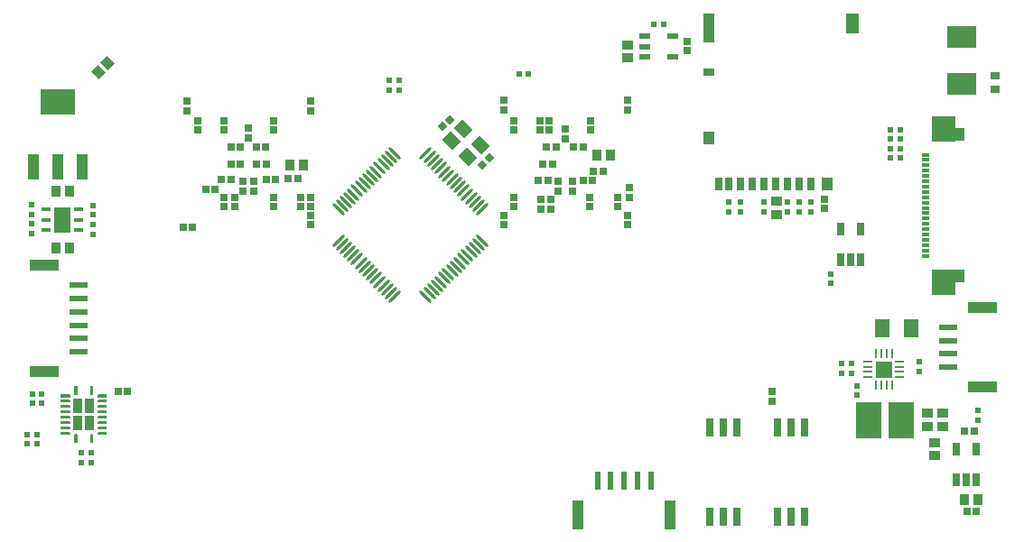
<source format=gbp>
G04 Layer_Color=128*
%FSLAX44Y44*%
%MOMM*%
G71*
G01*
G75*
%ADD11R,0.5500X0.5500*%
%ADD12R,0.6400X0.6400*%
%ADD13R,0.6400X0.6400*%
%ADD23R,0.5500X0.5500*%
%ADD26R,1.6500X2.4000*%
%ADD27O,0.9000X0.4000*%
%ADD28R,0.9500X1.0000*%
%ADD29R,1.0000X0.9500*%
%ADD37R,2.7000X1.0000*%
%ADD38R,1.7000X0.6000*%
%ADD39R,1.4000X1.8000*%
%ADD56R,0.9500X0.8000*%
%ADD57R,2.7430X2.1590*%
%ADD58R,0.6000X1.7000*%
%ADD59R,1.0000X2.7000*%
%ADD60R,0.7620X1.7145*%
%ADD63R,0.6500X1.2000*%
%ADD64R,0.8000X0.3000*%
%ADD65R,2.2000X2.4000*%
%ADD66R,0.8500X1.3000*%
%ADD67R,1.3000X1.9000*%
%ADD68R,1.0000X2.8000*%
%ADD69R,1.0000X0.8000*%
%ADD70R,1.0000X1.2000*%
%ADD71R,0.7000X1.2000*%
%ADD73C,0.1000*%
%ADD74O,0.2500X0.9000*%
%ADD75O,0.9000X0.2500*%
%ADD77R,2.4500X3.3500*%
G04:AMPARAMS|DCode=78|XSize=0.3mm|YSize=1.6mm|CornerRadius=0mm|HoleSize=0mm|Usage=FLASHONLY|Rotation=135.000|XOffset=0mm|YOffset=0mm|HoleType=Round|Shape=Round|*
%AMOVALD78*
21,1,1.3000,0.3000,0.0000,0.0000,225.0*
1,1,0.3000,0.4596,0.4596*
1,1,0.3000,-0.4596,-0.4596*
%
%ADD78OVALD78*%

G04:AMPARAMS|DCode=79|XSize=0.3mm|YSize=1.6mm|CornerRadius=0mm|HoleSize=0mm|Usage=FLASHONLY|Rotation=225.000|XOffset=0mm|YOffset=0mm|HoleType=Round|Shape=Round|*
%AMOVALD79*
21,1,1.3000,0.3000,0.0000,0.0000,315.0*
1,1,0.3000,-0.4596,0.4596*
1,1,0.3000,0.4596,-0.4596*
%
%ADD79OVALD79*%

G04:AMPARAMS|DCode=80|XSize=1mm|YSize=0.95mm|CornerRadius=0mm|HoleSize=0mm|Usage=FLASHONLY|Rotation=135.000|XOffset=0mm|YOffset=0mm|HoleType=Round|Shape=Rectangle|*
%AMROTATEDRECTD80*
4,1,4,0.6894,-0.0177,0.0177,-0.6894,-0.6894,0.0177,-0.0177,0.6894,0.6894,-0.0177,0.0*
%
%ADD80ROTATEDRECTD80*%

%ADD81R,1.0000X2.3500*%
%ADD82R,3.3000X2.3500*%
%ADD83P,0.9051X4X360.0*%
G04:AMPARAMS|DCode=84|XSize=1.4mm|YSize=1.15mm|CornerRadius=0mm|HoleSize=0mm|Usage=FLASHONLY|Rotation=135.000|XOffset=0mm|YOffset=0mm|HoleType=Round|Shape=Rectangle|*
%AMROTATEDRECTD84*
4,1,4,0.9016,-0.0884,0.0884,-0.9016,-0.9016,0.0884,-0.0884,0.9016,0.9016,-0.0884,0.0*
%
%ADD84ROTATEDRECTD84*%

%ADD85R,1.0000X0.6000*%
%ADD160R,0.8200X1.3200*%
%ADD161R,1.5500X1.5500*%
G36*
X-428497Y-286319D02*
Y-287481D01*
X-429319Y-288303D01*
X-429900D01*
Y-288300D01*
X-437000D01*
Y-285500D01*
X-429900D01*
Y-285497D01*
X-429319D01*
X-428497Y-286319D01*
D02*
G37*
G36*
X-401100Y-290500D02*
X-394000D01*
Y-293300D01*
X-401100D01*
Y-293303D01*
X-401681D01*
X-402503Y-292481D01*
Y-291319D01*
X-401681Y-290497D01*
X-401100D01*
Y-290500D01*
D02*
G37*
G36*
Y-285500D02*
X-394000D01*
Y-288300D01*
X-401100D01*
Y-288303D01*
X-401681D01*
X-402503Y-287481D01*
Y-286319D01*
X-401681Y-285497D01*
X-401100D01*
Y-285500D01*
D02*
G37*
G36*
Y-280500D02*
X-394000D01*
Y-283300D01*
X-401100D01*
Y-283303D01*
X-401681D01*
X-402503Y-282481D01*
Y-281319D01*
X-401681Y-280497D01*
X-401100D01*
Y-280500D01*
D02*
G37*
G36*
X-428497Y-281319D02*
Y-282481D01*
X-429319Y-283303D01*
X-429900D01*
Y-283300D01*
X-437000D01*
Y-280500D01*
X-429900D01*
Y-280497D01*
X-429319D01*
X-428497Y-281319D01*
D02*
G37*
G36*
X-406597Y-298219D02*
Y-298800D01*
X-406600D01*
Y-305900D01*
X-409400D01*
Y-298800D01*
X-409403D01*
Y-298219D01*
X-408581Y-297397D01*
X-407419D01*
X-406597Y-298219D01*
D02*
G37*
G36*
X-421597D02*
Y-298800D01*
X-421600D01*
Y-305900D01*
X-424400D01*
Y-298800D01*
X-424403D01*
Y-298219D01*
X-423581Y-297397D01*
X-422419D01*
X-421597Y-298219D01*
D02*
G37*
G36*
X-428497Y-296319D02*
Y-297481D01*
X-429319Y-298303D01*
X-429900D01*
Y-298300D01*
X-437000D01*
Y-295500D01*
X-429900D01*
Y-295497D01*
X-429319D01*
X-428497Y-296319D01*
D02*
G37*
G36*
Y-291319D02*
Y-292481D01*
X-429319Y-293303D01*
X-429900D01*
Y-293300D01*
X-437000D01*
Y-290500D01*
X-429900D01*
Y-290497D01*
X-429319D01*
X-428497Y-291319D01*
D02*
G37*
G36*
X-401100Y-295500D02*
X-394000D01*
Y-298300D01*
X-401100D01*
Y-298303D01*
X-401681D01*
X-402503Y-297481D01*
Y-296319D01*
X-401681Y-295497D01*
X-401100D01*
Y-295500D01*
D02*
G37*
G36*
X-428497Y-261319D02*
Y-262481D01*
X-429319Y-263303D01*
X-429900D01*
Y-263300D01*
X-437000D01*
Y-260500D01*
X-429900D01*
Y-260497D01*
X-429319D01*
X-428497Y-261319D01*
D02*
G37*
G36*
X-401100Y-265500D02*
X-394000D01*
Y-268300D01*
X-401100D01*
Y-268303D01*
X-401681D01*
X-402503Y-267481D01*
Y-266319D01*
X-401681Y-265497D01*
X-401100D01*
Y-265500D01*
D02*
G37*
G36*
Y-260500D02*
X-394000D01*
Y-263300D01*
X-401100D01*
Y-263303D01*
X-401681D01*
X-402503Y-262481D01*
Y-261319D01*
X-401681Y-260497D01*
X-401100D01*
Y-260500D01*
D02*
G37*
G36*
X-406600Y-260000D02*
X-406597D01*
Y-260581D01*
X-407419Y-261403D01*
X-408581D01*
X-409403Y-260581D01*
Y-260000D01*
X-409400D01*
Y-252900D01*
X-406600D01*
Y-260000D01*
D02*
G37*
G36*
X-421600D02*
X-421597D01*
Y-260581D01*
X-422419Y-261403D01*
X-423581D01*
X-424403Y-260581D01*
Y-260000D01*
X-424400D01*
Y-252900D01*
X-421600D01*
Y-260000D01*
D02*
G37*
G36*
X-401100Y-275500D02*
X-394000D01*
Y-278300D01*
X-401100D01*
Y-278303D01*
X-401681D01*
X-402503Y-277481D01*
Y-276319D01*
X-401681Y-275497D01*
X-401100D01*
Y-275500D01*
D02*
G37*
G36*
X-428497Y-276319D02*
Y-277481D01*
X-429319Y-278303D01*
X-429900D01*
Y-278300D01*
X-437000D01*
Y-275500D01*
X-429900D01*
Y-275497D01*
X-429319D01*
X-428497Y-276319D01*
D02*
G37*
G36*
Y-271319D02*
Y-272481D01*
X-429319Y-273303D01*
X-429900D01*
Y-273300D01*
X-437000D01*
Y-270500D01*
X-429900D01*
Y-270497D01*
X-429319D01*
X-428497Y-271319D01*
D02*
G37*
G36*
Y-266319D02*
Y-267481D01*
X-429319Y-268303D01*
X-429900D01*
Y-268300D01*
X-437000D01*
Y-265500D01*
X-429900D01*
Y-265497D01*
X-429319D01*
X-428497Y-266319D01*
D02*
G37*
G36*
X-401100Y-270500D02*
X-394000D01*
Y-273300D01*
X-401100D01*
Y-273303D01*
X-401681D01*
X-402503Y-272481D01*
Y-271319D01*
X-401681Y-270497D01*
X-401100D01*
Y-270500D01*
D02*
G37*
D11*
X-455000Y-269000D02*
D03*
Y-260000D02*
D03*
X-464000Y-269000D02*
D03*
Y-260000D02*
D03*
X-468500Y-298000D02*
D03*
Y-307000D02*
D03*
X-459500Y-298000D02*
D03*
Y-307000D02*
D03*
X368000Y-239000D02*
D03*
Y-230000D02*
D03*
X295000Y-231500D02*
D03*
Y-240500D02*
D03*
X304000Y-231500D02*
D03*
Y-240500D02*
D03*
X309000Y-252500D02*
D03*
Y-261500D02*
D03*
X255000Y-89000D02*
D03*
Y-80000D02*
D03*
X244500Y-89000D02*
D03*
Y-80000D02*
D03*
X222500Y-89000D02*
D03*
Y-80000D02*
D03*
X266500Y-89000D02*
D03*
Y-80000D02*
D03*
X189000Y-89000D02*
D03*
Y-80000D02*
D03*
X200500Y-89000D02*
D03*
Y-80000D02*
D03*
X-406500Y-101500D02*
D03*
Y-110500D02*
D03*
Y-92000D02*
D03*
Y-83000D02*
D03*
X-464500Y-100500D02*
D03*
Y-109500D02*
D03*
Y-82500D02*
D03*
Y-91500D02*
D03*
X285000Y-156500D02*
D03*
Y-147500D02*
D03*
X422500Y-284500D02*
D03*
Y-275500D02*
D03*
D12*
X-383500Y-258000D02*
D03*
X-374500D02*
D03*
X15000Y-44000D02*
D03*
X24000D02*
D03*
X-322500Y-104000D02*
D03*
X-313500D02*
D03*
X-244500Y-59000D02*
D03*
X-235500D02*
D03*
X-224000Y-58000D02*
D03*
X-215000D02*
D03*
X-277500Y-59000D02*
D03*
X-286500D02*
D03*
X-277500Y-28000D02*
D03*
X-268500D02*
D03*
X-254000D02*
D03*
X-245000D02*
D03*
X-301400Y-68000D02*
D03*
X-292400D02*
D03*
X-277500Y-44000D02*
D03*
X-268500D02*
D03*
X-253500D02*
D03*
X-244500D02*
D03*
X10500Y-60000D02*
D03*
X19500D02*
D03*
X61500D02*
D03*
X52500D02*
D03*
X43500Y-28000D02*
D03*
X52500D02*
D03*
X18500D02*
D03*
X27500D02*
D03*
X62500Y-51000D02*
D03*
X71500D02*
D03*
X419500Y-295000D02*
D03*
X410500D02*
D03*
X421500Y-370500D02*
D03*
X412500D02*
D03*
D13*
X230000Y-267000D02*
D03*
Y-258000D02*
D03*
X278500Y-77000D02*
D03*
Y-86000D02*
D03*
X-203000Y-101500D02*
D03*
Y-92500D02*
D03*
X-309000Y-12500D02*
D03*
Y-3500D02*
D03*
X-319000Y14500D02*
D03*
Y5500D02*
D03*
X-203000Y14500D02*
D03*
Y5500D02*
D03*
X-284000Y-12500D02*
D03*
Y-3500D02*
D03*
X-261000Y-19500D02*
D03*
Y-10500D02*
D03*
X-238000Y-12500D02*
D03*
Y-3500D02*
D03*
X-274000Y-84500D02*
D03*
Y-75500D02*
D03*
X-256000Y-60500D02*
D03*
Y-69500D02*
D03*
X-284000Y-84500D02*
D03*
Y-75500D02*
D03*
X-238000Y-84500D02*
D03*
Y-75500D02*
D03*
X-266000Y-69500D02*
D03*
Y-60500D02*
D03*
X-203000Y-75500D02*
D03*
Y-84500D02*
D03*
X-212000Y-75500D02*
D03*
Y-84500D02*
D03*
X-12000Y-12500D02*
D03*
Y-3500D02*
D03*
Y-84500D02*
D03*
Y-75500D02*
D03*
X-22000Y-101500D02*
D03*
Y-92500D02*
D03*
X94000D02*
D03*
Y-101500D02*
D03*
Y6500D02*
D03*
Y15500D02*
D03*
X-22000D02*
D03*
Y6500D02*
D03*
X21000Y-3500D02*
D03*
Y-12500D02*
D03*
X60000Y-3500D02*
D03*
Y-12500D02*
D03*
X12000Y-3500D02*
D03*
Y-12500D02*
D03*
X36000Y-20500D02*
D03*
Y-11500D02*
D03*
X22000Y-86500D02*
D03*
Y-77500D02*
D03*
X59000Y-84500D02*
D03*
Y-75500D02*
D03*
X29000Y-60500D02*
D03*
Y-69500D02*
D03*
X43000Y-60500D02*
D03*
Y-69500D02*
D03*
X13000Y-77500D02*
D03*
Y-86500D02*
D03*
X85000Y-75500D02*
D03*
Y-84500D02*
D03*
X96000Y-75500D02*
D03*
Y-66500D02*
D03*
X150000Y62000D02*
D03*
Y71000D02*
D03*
D23*
X-120000Y25000D02*
D03*
X-129000D02*
D03*
X-120000Y34500D02*
D03*
X-129000D02*
D03*
X-418000Y-315500D02*
D03*
X-409000D02*
D03*
X350000Y-21000D02*
D03*
X341000D02*
D03*
X350000Y-12000D02*
D03*
X341000D02*
D03*
X1500Y40000D02*
D03*
X-7500D02*
D03*
X341000Y-30000D02*
D03*
X350000D02*
D03*
X341000Y-38500D02*
D03*
X350000D02*
D03*
X128000Y87000D02*
D03*
X119000D02*
D03*
X-409000Y-324500D02*
D03*
X-418000D02*
D03*
D26*
X-435500Y-96500D02*
D03*
D27*
X-450750Y-87000D02*
D03*
Y-96500D02*
D03*
Y-106000D02*
D03*
X-420250D02*
D03*
Y-96500D02*
D03*
Y-87000D02*
D03*
D28*
X-222000Y-45500D02*
D03*
X-209500D02*
D03*
X65750Y-36000D02*
D03*
X78250D02*
D03*
X-429250Y-123000D02*
D03*
X-441750D02*
D03*
X-429250Y-69500D02*
D03*
X-441750D02*
D03*
X410500Y-359500D02*
D03*
X423000D02*
D03*
D29*
X375000Y-278250D02*
D03*
Y-290750D02*
D03*
X390000Y-278250D02*
D03*
Y-290750D02*
D03*
X234000Y-91750D02*
D03*
Y-79250D02*
D03*
X94500Y67750D02*
D03*
Y55250D02*
D03*
X382000Y-305750D02*
D03*
Y-318250D02*
D03*
D37*
X427000Y-179000D02*
D03*
Y-253500D02*
D03*
X-452500Y-139500D02*
D03*
Y-239000D02*
D03*
D38*
X395000Y-235000D02*
D03*
Y-222500D02*
D03*
Y-210000D02*
D03*
Y-197500D02*
D03*
X-420500Y-158000D02*
D03*
Y-170500D02*
D03*
Y-220500D02*
D03*
Y-208000D02*
D03*
Y-195500D02*
D03*
Y-183000D02*
D03*
D39*
X332750Y-198500D02*
D03*
X360250D02*
D03*
D56*
X438500Y38500D02*
D03*
Y25500D02*
D03*
D57*
X408000Y75100D02*
D03*
Y30900D02*
D03*
D58*
X66000Y-341500D02*
D03*
X116000D02*
D03*
X103500D02*
D03*
X91000D02*
D03*
X78500D02*
D03*
D59*
X134500Y-373500D02*
D03*
X47500D02*
D03*
D60*
X171050Y-291273D02*
D03*
X183750D02*
D03*
X196450D02*
D03*
X234550D02*
D03*
X247250D02*
D03*
X259950D02*
D03*
X234550Y-375728D02*
D03*
X247250D02*
D03*
X259950D02*
D03*
X196450D02*
D03*
X183750D02*
D03*
X171050D02*
D03*
D63*
X313000Y-105500D02*
D03*
X294000D02*
D03*
Y-134500D02*
D03*
X303500D02*
D03*
X313000D02*
D03*
X421493Y-312004D02*
D03*
X402493D02*
D03*
Y-341004D02*
D03*
X411993D02*
D03*
X421493D02*
D03*
D64*
X374000Y-60500D02*
D03*
Y-70500D02*
D03*
Y-80500D02*
D03*
Y-90500D02*
D03*
Y-130500D02*
D03*
Y-125500D02*
D03*
Y-120500D02*
D03*
Y-115500D02*
D03*
Y-110500D02*
D03*
Y-100500D02*
D03*
Y-50500D02*
D03*
Y-105500D02*
D03*
Y-95500D02*
D03*
Y-85500D02*
D03*
Y-75500D02*
D03*
Y-65500D02*
D03*
Y-55500D02*
D03*
Y-45500D02*
D03*
Y-40500D02*
D03*
Y-35500D02*
D03*
D65*
X391000Y-11000D02*
D03*
Y-155000D02*
D03*
D66*
X406250Y-16500D02*
D03*
Y-149500D02*
D03*
D67*
X305220Y88115D02*
D03*
D68*
X170220Y83615D02*
D03*
D69*
Y42115D02*
D03*
D70*
Y-19885D02*
D03*
X281720Y-62885D02*
D03*
D71*
X179720D02*
D03*
X189220D02*
D03*
X200220D02*
D03*
X211220D02*
D03*
X222220D02*
D03*
X233220D02*
D03*
X244220D02*
D03*
X255220D02*
D03*
X266220D02*
D03*
D73*
X-395400Y-261900D02*
D03*
Y-266900D02*
D03*
Y-271900D02*
D03*
Y-276900D02*
D03*
Y-281900D02*
D03*
Y-286900D02*
D03*
Y-291900D02*
D03*
Y-296900D02*
D03*
X-408000Y-304500D02*
D03*
X-423000D02*
D03*
X-435600Y-296900D02*
D03*
Y-291900D02*
D03*
Y-286900D02*
D03*
Y-281900D02*
D03*
Y-276900D02*
D03*
Y-271900D02*
D03*
Y-266900D02*
D03*
Y-261900D02*
D03*
X-423000Y-254300D02*
D03*
X-408000D02*
D03*
D74*
X342000Y-252000D02*
D03*
X337000D02*
D03*
X332000D02*
D03*
X327000D02*
D03*
Y-222000D02*
D03*
X332000D02*
D03*
X337000D02*
D03*
X342000D02*
D03*
D75*
X319500Y-244500D02*
D03*
Y-239500D02*
D03*
Y-234500D02*
D03*
Y-229500D02*
D03*
X349500D02*
D03*
Y-234500D02*
D03*
Y-239500D02*
D03*
Y-244500D02*
D03*
D77*
X351250Y-284500D02*
D03*
X320750D02*
D03*
D78*
X-95004Y-33971D02*
D03*
X-91469Y-37507D02*
D03*
X-87933Y-41042D02*
D03*
X-84398Y-44578D02*
D03*
X-80862Y-48113D02*
D03*
X-77327Y-51649D02*
D03*
X-73791Y-55184D02*
D03*
X-70256Y-58720D02*
D03*
X-66720Y-62256D02*
D03*
X-63184Y-65791D02*
D03*
X-59649Y-69327D02*
D03*
X-56114Y-72862D02*
D03*
X-52578Y-76398D02*
D03*
X-49042Y-79933D02*
D03*
X-45507Y-83469D02*
D03*
X-41971Y-87004D02*
D03*
X-123996Y-169029D02*
D03*
X-127531Y-165493D02*
D03*
X-131067Y-161958D02*
D03*
X-134602Y-158422D02*
D03*
X-138138Y-154887D02*
D03*
X-141673Y-151351D02*
D03*
X-145209Y-147816D02*
D03*
X-148744Y-144280D02*
D03*
X-152280Y-140744D02*
D03*
X-155815Y-137209D02*
D03*
X-159351Y-133673D02*
D03*
X-162887Y-130138D02*
D03*
X-166422Y-126602D02*
D03*
X-169958Y-123067D02*
D03*
X-173493Y-119531D02*
D03*
X-177029Y-115996D02*
D03*
D79*
X-41971D02*
D03*
X-45507Y-119531D02*
D03*
X-49042Y-123067D02*
D03*
X-52578Y-126602D02*
D03*
X-56113Y-130138D02*
D03*
X-59649Y-133673D02*
D03*
X-63184Y-137209D02*
D03*
X-66720Y-140744D02*
D03*
X-70256Y-144280D02*
D03*
X-73791Y-147816D02*
D03*
X-77327Y-151351D02*
D03*
X-80862Y-154887D02*
D03*
X-84398Y-158422D02*
D03*
X-87933Y-161958D02*
D03*
X-91469Y-165493D02*
D03*
X-95004Y-169029D02*
D03*
X-177029Y-87004D02*
D03*
X-173493Y-83469D02*
D03*
X-169958Y-79933D02*
D03*
X-166422Y-76398D02*
D03*
X-162887Y-72862D02*
D03*
X-159351Y-69327D02*
D03*
X-155815Y-65791D02*
D03*
X-152280Y-62256D02*
D03*
X-148744Y-58720D02*
D03*
X-145209Y-55184D02*
D03*
X-141673Y-51649D02*
D03*
X-138138Y-48113D02*
D03*
X-134602Y-44578D02*
D03*
X-131067Y-41042D02*
D03*
X-127531Y-37507D02*
D03*
X-123996Y-33971D02*
D03*
D80*
X-393081Y50419D02*
D03*
X-401919Y41581D02*
D03*
D81*
X-417000Y-46750D02*
D03*
X-440000D02*
D03*
X-463000D02*
D03*
D82*
X-440000Y13750D02*
D03*
D83*
X-35636Y-38636D02*
D03*
X-42000Y-45000D02*
D03*
X-79182Y-9182D02*
D03*
X-72818Y-2818D02*
D03*
D84*
X-44065Y-26621D02*
D03*
X-59621Y-11065D02*
D03*
X-70935Y-22379D02*
D03*
X-55379Y-37935D02*
D03*
D85*
X136995Y56506D02*
D03*
Y75506D02*
D03*
X109995D02*
D03*
Y66006D02*
D03*
Y56506D02*
D03*
D160*
X-421100Y-287500D02*
D03*
X-409900D02*
D03*
Y-271300D02*
D03*
X-421100D02*
D03*
D161*
X334500Y-237000D02*
D03*
M02*

</source>
